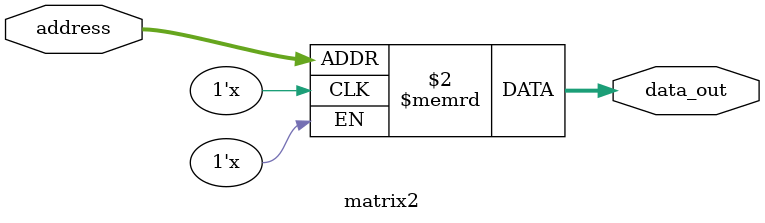
<source format=v>
module matrix2 (
    input wire [15:0] address,
    output reg signed [31:0] data_out
);
    (* ram_init_file = "weights2.mif" *) reg signed [31:0] memory [0:4095];  // 32-bit values

    always @(*) begin
        data_out = memory[address];
    end
endmodule
</source>
